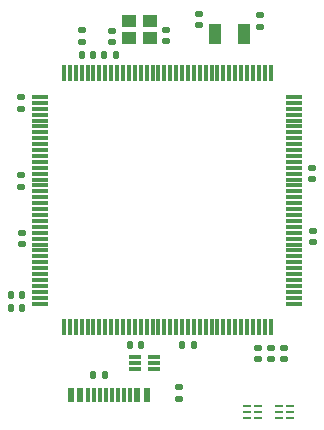
<source format=gtp>
%TF.GenerationSoftware,KiCad,Pcbnew,7.0.2*%
%TF.CreationDate,2023-07-30T21:57:21-04:00*%
%TF.ProjectId,OBC-Flight,4f42432d-466c-4696-9768-742e6b696361,rev?*%
%TF.SameCoordinates,Original*%
%TF.FileFunction,Paste,Top*%
%TF.FilePolarity,Positive*%
%FSLAX46Y46*%
G04 Gerber Fmt 4.6, Leading zero omitted, Abs format (unit mm)*
G04 Created by KiCad (PCBNEW 7.0.2) date 2023-07-30 21:57:21*
%MOMM*%
%LPD*%
G01*
G04 APERTURE LIST*
G04 Aperture macros list*
%AMRoundRect*
0 Rectangle with rounded corners*
0 $1 Rounding radius*
0 $2 $3 $4 $5 $6 $7 $8 $9 X,Y pos of 4 corners*
0 Add a 4 corners polygon primitive as box body*
4,1,4,$2,$3,$4,$5,$6,$7,$8,$9,$2,$3,0*
0 Add four circle primitives for the rounded corners*
1,1,$1+$1,$2,$3*
1,1,$1+$1,$4,$5*
1,1,$1+$1,$6,$7*
1,1,$1+$1,$8,$9*
0 Add four rect primitives between the rounded corners*
20,1,$1+$1,$2,$3,$4,$5,0*
20,1,$1+$1,$4,$5,$6,$7,0*
20,1,$1+$1,$6,$7,$8,$9,0*
20,1,$1+$1,$8,$9,$2,$3,0*%
G04 Aperture macros list end*
%ADD10RoundRect,0.140000X-0.170000X0.140000X-0.170000X-0.140000X0.170000X-0.140000X0.170000X0.140000X0*%
%ADD11R,0.650000X0.250000*%
%ADD12RoundRect,0.140000X0.170000X-0.140000X0.170000X0.140000X-0.170000X0.140000X-0.170000X-0.140000X0*%
%ADD13RoundRect,0.140000X0.140000X0.170000X-0.140000X0.170000X-0.140000X-0.170000X0.140000X-0.170000X0*%
%ADD14RoundRect,0.140000X-0.140000X-0.170000X0.140000X-0.170000X0.140000X0.170000X-0.140000X0.170000X0*%
%ADD15RoundRect,0.135000X0.185000X-0.135000X0.185000X0.135000X-0.185000X0.135000X-0.185000X-0.135000X0*%
%ADD16R,0.990000X0.300000*%
%ADD17RoundRect,0.135000X0.135000X0.185000X-0.135000X0.185000X-0.135000X-0.185000X0.135000X-0.185000X0*%
%ADD18R,1.000000X1.800000*%
%ADD19R,1.150000X1.000000*%
%ADD20R,0.300000X1.475000*%
%ADD21R,1.475000X0.300000*%
%ADD22RoundRect,0.135000X-0.185000X0.135000X-0.185000X-0.135000X0.185000X-0.135000X0.185000X0.135000X0*%
%ADD23R,0.600000X1.150000*%
%ADD24R,0.300000X1.150000*%
G04 APERTURE END LIST*
D10*
X55480000Y-52220000D03*
X55480000Y-53180000D03*
D11*
X54550000Y-57200000D03*
X54550000Y-57700000D03*
X54550000Y-58200000D03*
X55500000Y-58200000D03*
X55500000Y-57700000D03*
X55500000Y-57200000D03*
D12*
X35480000Y-31980000D03*
X35480000Y-31020000D03*
X43180000Y-26380000D03*
X43180000Y-25420000D03*
D13*
X35560000Y-47800000D03*
X34600000Y-47800000D03*
D14*
X42500000Y-27400000D03*
X43460000Y-27400000D03*
D13*
X35560000Y-48900000D03*
X34600000Y-48900000D03*
D15*
X40580000Y-26310000D03*
X40580000Y-25290000D03*
D13*
X50060000Y-52000000D03*
X49100000Y-52000000D03*
D16*
X45070000Y-53000000D03*
X45070000Y-53500000D03*
X45070000Y-54000000D03*
X46680000Y-54000000D03*
X46680000Y-53500000D03*
X46680000Y-53000000D03*
D10*
X56580000Y-52220000D03*
X56580000Y-53180000D03*
D17*
X42560000Y-54500000D03*
X41540000Y-54500000D03*
D10*
X60100000Y-37020000D03*
X60100000Y-37980000D03*
D18*
X51850000Y-25700000D03*
X54350000Y-25700000D03*
D19*
X44580000Y-26000000D03*
X46330000Y-26000000D03*
X46330000Y-24600000D03*
X44580000Y-24600000D03*
D20*
X56580000Y-29000000D03*
X56080000Y-29000000D03*
X55580000Y-29000000D03*
X55080000Y-29000000D03*
X54580000Y-29000000D03*
X54080000Y-29000000D03*
X53580000Y-29000000D03*
X53080000Y-29000000D03*
X52580000Y-29000000D03*
X52080000Y-29000000D03*
X51580000Y-29000000D03*
X51080000Y-29000000D03*
X50580000Y-29000000D03*
X50080000Y-29000000D03*
X49580000Y-29000000D03*
X49080000Y-29000000D03*
X48580000Y-29000000D03*
X48080000Y-29000000D03*
X47580000Y-29000000D03*
X47080000Y-29000000D03*
X46580000Y-29000000D03*
X46080000Y-29000000D03*
X45580000Y-29000000D03*
X45080000Y-29000000D03*
X44580000Y-29000000D03*
X44080000Y-29000000D03*
X43580000Y-29000000D03*
X43080000Y-29000000D03*
X42580000Y-29000000D03*
X42080000Y-29000000D03*
X41580000Y-29000000D03*
X41080000Y-29000000D03*
X40580000Y-29000000D03*
X40080000Y-29000000D03*
X39580000Y-29000000D03*
X39080000Y-29000000D03*
D21*
X37092000Y-30988000D03*
X37092000Y-31488000D03*
X37092000Y-31988000D03*
X37092000Y-32488000D03*
X37092000Y-32988000D03*
X37092000Y-33488000D03*
X37092000Y-33988000D03*
X37092000Y-34488000D03*
X37092000Y-34988000D03*
X37092000Y-35488000D03*
X37092000Y-35988000D03*
X37092000Y-36488000D03*
X37092000Y-36988000D03*
X37092000Y-37488000D03*
X37092000Y-37988000D03*
X37092000Y-38488000D03*
X37092000Y-38988000D03*
X37092000Y-39488000D03*
X37092000Y-39988000D03*
X37092000Y-40488000D03*
X37092000Y-40988000D03*
X37092000Y-41488000D03*
X37092000Y-41988000D03*
X37092000Y-42488000D03*
X37092000Y-42988000D03*
X37092000Y-43488000D03*
X37092000Y-43988000D03*
X37092000Y-44488000D03*
X37092000Y-44988000D03*
X37092000Y-45488000D03*
X37092000Y-45988000D03*
X37092000Y-46488000D03*
X37092000Y-46988000D03*
X37092000Y-47488000D03*
X37092000Y-47988000D03*
X37092000Y-48488000D03*
D20*
X39080000Y-50476000D03*
X39580000Y-50476000D03*
X40080000Y-50476000D03*
X40580000Y-50476000D03*
X41080000Y-50476000D03*
X41580000Y-50476000D03*
X42080000Y-50476000D03*
X42580000Y-50476000D03*
X43080000Y-50476000D03*
X43580000Y-50476000D03*
X44080000Y-50476000D03*
X44580000Y-50476000D03*
X45080000Y-50476000D03*
X45580000Y-50476000D03*
X46080000Y-50476000D03*
X46580000Y-50476000D03*
X47080000Y-50476000D03*
X47580000Y-50476000D03*
X48080000Y-50476000D03*
X48580000Y-50476000D03*
X49080000Y-50476000D03*
X49580000Y-50476000D03*
X50080000Y-50476000D03*
X50580000Y-50476000D03*
X51080000Y-50476000D03*
X51580000Y-50476000D03*
X52080000Y-50476000D03*
X52580000Y-50476000D03*
X53080000Y-50476000D03*
X53580000Y-50476000D03*
X54080000Y-50476000D03*
X54580000Y-50476000D03*
X55080000Y-50476000D03*
X55580000Y-50476000D03*
X56080000Y-50476000D03*
X56580000Y-50476000D03*
D21*
X58568000Y-48488000D03*
X58568000Y-47988000D03*
X58568000Y-47488000D03*
X58568000Y-46988000D03*
X58568000Y-46488000D03*
X58568000Y-45988000D03*
X58568000Y-45488000D03*
X58568000Y-44988000D03*
X58568000Y-44488000D03*
X58568000Y-43988000D03*
X58568000Y-43488000D03*
X58568000Y-42988000D03*
X58568000Y-42488000D03*
X58568000Y-41988000D03*
X58568000Y-41488000D03*
X58568000Y-40988000D03*
X58568000Y-40488000D03*
X58568000Y-39988000D03*
X58568000Y-39488000D03*
X58568000Y-38988000D03*
X58568000Y-38488000D03*
X58568000Y-37988000D03*
X58568000Y-37488000D03*
X58568000Y-36988000D03*
X58568000Y-36488000D03*
X58568000Y-35988000D03*
X58568000Y-35488000D03*
X58568000Y-34988000D03*
X58568000Y-34488000D03*
X58568000Y-33988000D03*
X58568000Y-33488000D03*
X58568000Y-32988000D03*
X58568000Y-32488000D03*
X58568000Y-31988000D03*
X58568000Y-31488000D03*
X58568000Y-30988000D03*
D12*
X50550000Y-24910000D03*
X50550000Y-23950000D03*
D10*
X47680000Y-25320000D03*
X47680000Y-26280000D03*
D22*
X48800000Y-55580000D03*
X48800000Y-56600000D03*
D10*
X57680000Y-52220000D03*
X57680000Y-53180000D03*
D23*
X39680000Y-56210000D03*
X40480000Y-56210000D03*
D24*
X41630000Y-56210000D03*
X42630000Y-56210000D03*
X43130000Y-56210000D03*
X44130000Y-56210000D03*
D23*
X45280000Y-56210000D03*
X46080000Y-56210000D03*
X46080000Y-56210000D03*
X45280000Y-56210000D03*
D24*
X44630000Y-56210000D03*
X43630000Y-56210000D03*
X42130000Y-56210000D03*
X41130000Y-56210000D03*
D23*
X40480000Y-56210000D03*
X39680000Y-56210000D03*
D12*
X35480000Y-38580000D03*
X35480000Y-37620000D03*
D14*
X44640000Y-52000000D03*
X45600000Y-52000000D03*
D12*
X55650000Y-25030000D03*
X55650000Y-24070000D03*
D14*
X40600000Y-27400000D03*
X41560000Y-27400000D03*
D12*
X35500000Y-43480000D03*
X35500000Y-42520000D03*
D10*
X60180000Y-42320000D03*
X60180000Y-43280000D03*
D11*
X58250000Y-58200000D03*
X58250000Y-57700000D03*
X58250000Y-57200000D03*
X57300000Y-57200000D03*
X57300000Y-57700000D03*
X57300000Y-58200000D03*
M02*

</source>
